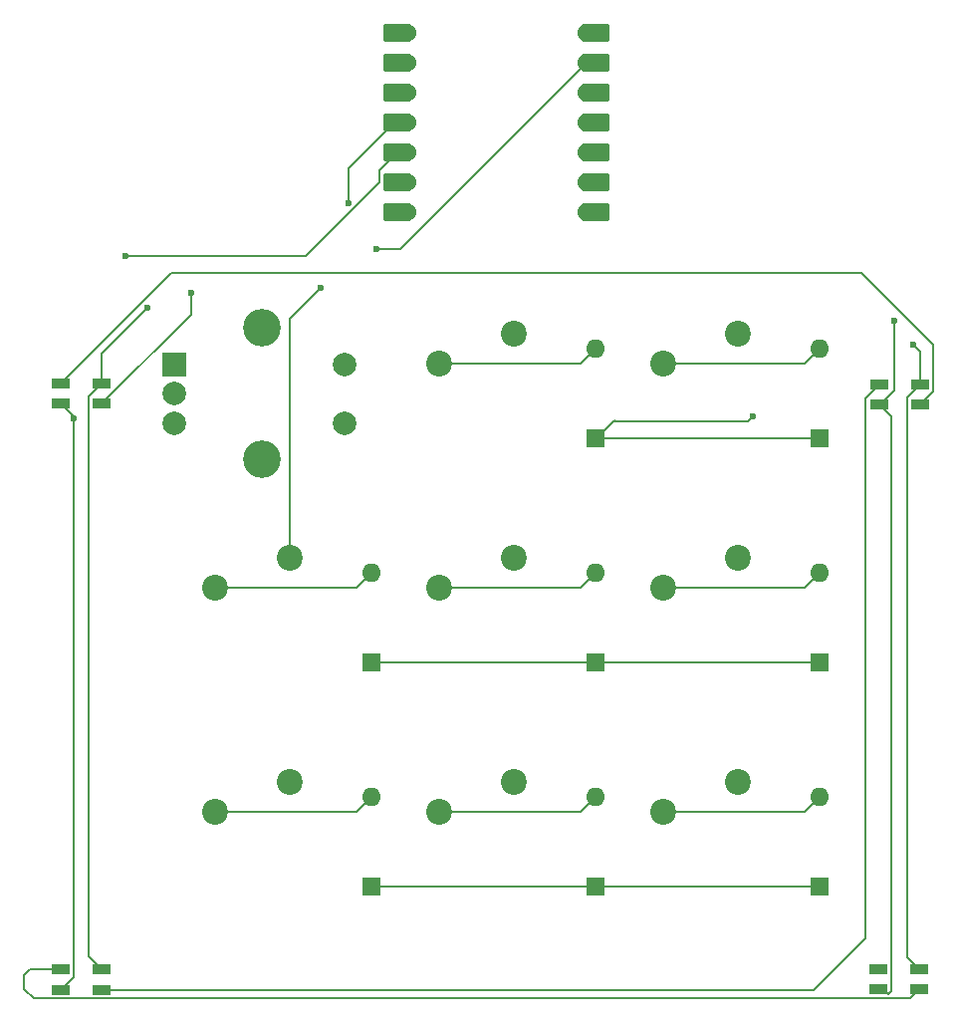
<source format=gbr>
%TF.GenerationSoftware,KiCad,Pcbnew,8.0.8*%
%TF.CreationDate,2025-02-20T21:51:01-07:00*%
%TF.ProjectId,my actual macropad,6d792061-6374-4756-916c-206d6163726f,rev?*%
%TF.SameCoordinates,Original*%
%TF.FileFunction,Copper,L1,Top*%
%TF.FilePolarity,Positive*%
%FSLAX46Y46*%
G04 Gerber Fmt 4.6, Leading zero omitted, Abs format (unit mm)*
G04 Created by KiCad (PCBNEW 8.0.8) date 2025-02-20 21:51:01*
%MOMM*%
%LPD*%
G01*
G04 APERTURE LIST*
G04 Aperture macros list*
%AMRoundRect*
0 Rectangle with rounded corners*
0 $1 Rounding radius*
0 $2 $3 $4 $5 $6 $7 $8 $9 X,Y pos of 4 corners*
0 Add a 4 corners polygon primitive as box body*
4,1,4,$2,$3,$4,$5,$6,$7,$8,$9,$2,$3,0*
0 Add four circle primitives for the rounded corners*
1,1,$1+$1,$2,$3*
1,1,$1+$1,$4,$5*
1,1,$1+$1,$6,$7*
1,1,$1+$1,$8,$9*
0 Add four rect primitives between the rounded corners*
20,1,$1+$1,$2,$3,$4,$5,0*
20,1,$1+$1,$4,$5,$6,$7,0*
20,1,$1+$1,$6,$7,$8,$9,0*
20,1,$1+$1,$8,$9,$2,$3,0*%
G04 Aperture macros list end*
%TA.AperFunction,SMDPad,CuDef*%
%ADD10RoundRect,0.152400X1.063600X0.609600X-1.063600X0.609600X-1.063600X-0.609600X1.063600X-0.609600X0*%
%TD*%
%TA.AperFunction,ComponentPad*%
%ADD11C,1.524000*%
%TD*%
%TA.AperFunction,SMDPad,CuDef*%
%ADD12RoundRect,0.152400X-1.063600X-0.609600X1.063600X-0.609600X1.063600X0.609600X-1.063600X0.609600X0*%
%TD*%
%TA.AperFunction,ComponentPad*%
%ADD13C,2.200000*%
%TD*%
%TA.AperFunction,ComponentPad*%
%ADD14R,2.000000X2.000000*%
%TD*%
%TA.AperFunction,ComponentPad*%
%ADD15C,2.000000*%
%TD*%
%TA.AperFunction,ComponentPad*%
%ADD16C,3.200000*%
%TD*%
%TA.AperFunction,SMDPad,CuDef*%
%ADD17R,1.600000X0.850000*%
%TD*%
%TA.AperFunction,ComponentPad*%
%ADD18R,1.600000X1.600000*%
%TD*%
%TA.AperFunction,ComponentPad*%
%ADD19O,1.600000X1.600000*%
%TD*%
%TA.AperFunction,ViaPad*%
%ADD20C,0.600000*%
%TD*%
%TA.AperFunction,Conductor*%
%ADD21C,0.200000*%
%TD*%
G04 APERTURE END LIST*
D10*
%TO.P,U1,1,GPIO26/ADC0/A0*%
%TO.N,Net-(D1-DIN)*%
X123620000Y-71736250D03*
D11*
X124455000Y-71736250D03*
D10*
%TO.P,U1,2,GPIO27/ADC1/A1*%
%TO.N,Net-(U1-GPIO27{slash}ADC1{slash}A1)*%
X123620000Y-74276250D03*
D11*
X124455000Y-74276250D03*
D10*
%TO.P,U1,3,GPIO28/ADC2/A2*%
%TO.N,Net-(U1-GPIO28{slash}ADC2{slash}A2)*%
X123620000Y-76816250D03*
D11*
X124455000Y-76816250D03*
D10*
%TO.P,U1,4,GPIO29/ADC3/A3*%
%TO.N,Net-(U1-GPIO29{slash}ADC3{slash}A3)*%
X123620000Y-79356250D03*
D11*
X124455000Y-79356250D03*
D10*
%TO.P,U1,5,GPIO6/SDA*%
%TO.N,Net-(U1-GPIO6{slash}SDA)*%
X123620000Y-81896250D03*
D11*
X124455000Y-81896250D03*
D10*
%TO.P,U1,6,GPIO7/SCL*%
%TO.N,Net-(U1-GPIO7{slash}SCL)*%
X123620000Y-84436250D03*
D11*
X124455000Y-84436250D03*
D10*
%TO.P,U1,7,GPIO0/TX*%
%TO.N,Net-(U1-GPIO0{slash}TX)*%
X123620000Y-86976250D03*
D11*
X124455000Y-86976250D03*
%TO.P,U1,8,GPIO1/RX*%
%TO.N,Net-(D10-K)*%
X139695000Y-86976250D03*
D12*
X140530000Y-86976250D03*
D11*
%TO.P,U1,9,GPIO2/SCK*%
%TO.N,Net-(D7-K)*%
X139695000Y-84436250D03*
D12*
X140530000Y-84436250D03*
D11*
%TO.P,U1,10,GPIO4/MISO*%
%TO.N,Net-(D5-K)*%
X139695000Y-81896250D03*
D12*
X140530000Y-81896250D03*
D11*
%TO.P,U1,11,GPIO3/MOSI*%
%TO.N,unconnected-(U1-GPIO3{slash}MOSI-Pad11)*%
X139695000Y-79356250D03*
D12*
X140530000Y-79356250D03*
D11*
%TO.P,U1,12,3V3*%
%TO.N,unconnected-(U1-3V3-Pad12)*%
X139695000Y-76816250D03*
D12*
X140530000Y-76816250D03*
D11*
%TO.P,U1,13,GND*%
%TO.N,GND*%
X139695000Y-74276250D03*
D12*
X140530000Y-74276250D03*
D11*
%TO.P,U1,14,VBUS*%
%TO.N,+5V*%
X139695000Y-71736250D03*
D12*
X140530000Y-71736250D03*
%TD*%
D13*
%TO.P,SW9,1,1*%
%TO.N,Net-(U1-GPIO27{slash}ADC1{slash}A1)*%
X152558750Y-135413750D03*
%TO.P,SW9,2,2*%
%TO.N,Net-(D12-A)*%
X146208750Y-137953750D03*
%TD*%
%TO.P,SW8,1,1*%
%TO.N,Net-(U1-GPIO28{slash}ADC2{slash}A2)*%
X133508750Y-135413750D03*
%TO.P,SW8,2,2*%
%TO.N,Net-(D11-A)*%
X127158750Y-137953750D03*
%TD*%
%TO.P,SW7,1,1*%
%TO.N,Net-(U1-GPIO29{slash}ADC3{slash}A3)*%
X114458750Y-135413750D03*
%TO.P,SW7,2,2*%
%TO.N,Net-(D10-A)*%
X108108750Y-137953750D03*
%TD*%
%TO.P,SW6,1,1*%
%TO.N,Net-(U1-GPIO27{slash}ADC1{slash}A1)*%
X152558750Y-116363750D03*
%TO.P,SW6,2,2*%
%TO.N,Net-(D7-A)*%
X146208750Y-118903750D03*
%TD*%
%TO.P,SW5,1,1*%
%TO.N,Net-(U1-GPIO28{slash}ADC2{slash}A2)*%
X133508750Y-116363750D03*
%TO.P,SW5,2,2*%
%TO.N,Net-(D8-A)*%
X127158750Y-118903750D03*
%TD*%
%TO.P,SW4,1,1*%
%TO.N,Net-(U1-GPIO27{slash}ADC1{slash}A1)*%
X152558750Y-97313750D03*
%TO.P,SW4,2,2*%
%TO.N,Net-(D5-A)*%
X146208750Y-99853750D03*
%TD*%
%TO.P,SW3,1,1*%
%TO.N,Net-(U1-GPIO28{slash}ADC2{slash}A2)*%
X133508750Y-97313750D03*
%TO.P,SW3,2,2*%
%TO.N,Net-(D6-A)*%
X127158750Y-99853750D03*
%TD*%
%TO.P,SW2,1,1*%
%TO.N,Net-(U1-GPIO29{slash}ADC3{slash}A3)*%
X114458750Y-116363750D03*
%TO.P,SW2,2,2*%
%TO.N,Net-(D9-A)*%
X108108750Y-118903750D03*
%TD*%
D14*
%TO.P,SW1,A,A*%
%TO.N,Net-(U1-GPIO7{slash}SCL)*%
X104668750Y-99893750D03*
D15*
%TO.P,SW1,B,B*%
%TO.N,Net-(U1-GPIO6{slash}SDA)*%
X104668750Y-104893750D03*
%TO.P,SW1,C,C*%
%TO.N,GND*%
X104668750Y-102393750D03*
D16*
%TO.P,SW1,MP*%
%TO.N,N/C*%
X112168750Y-96793750D03*
X112168750Y-107993750D03*
D15*
%TO.P,SW1,S1,S1*%
%TO.N,Net-(U1-GPIO0{slash}TX)*%
X119168750Y-104893750D03*
%TO.P,SW1,S2,S2*%
%TO.N,GND*%
X119168750Y-99893750D03*
%TD*%
D17*
%TO.P,D1,1,DOUT*%
%TO.N,Net-(D1-DOUT)*%
X95000000Y-101500000D03*
%TO.P,D1,2,VSS*%
%TO.N,GND*%
X95000000Y-103250000D03*
%TO.P,D1,3,DIN*%
%TO.N,Net-(D1-DIN)*%
X98500000Y-103250000D03*
%TO.P,D1,4,VDD*%
%TO.N,+5V*%
X98500000Y-101500000D03*
%TD*%
%TO.P,D2,4,VDD*%
%TO.N,+5V*%
X168100000Y-101600000D03*
%TO.P,D2,3,DIN*%
%TO.N,Net-(D1-DOUT)*%
X168100000Y-103350000D03*
%TO.P,D2,2,VSS*%
%TO.N,GND*%
X164600000Y-103350000D03*
%TO.P,D2,1,DOUT*%
%TO.N,Net-(D2-DOUT)*%
X164600000Y-101600000D03*
%TD*%
%TO.P,D4,1,DOUT*%
%TO.N,unconnected-(D4-DOUT-Pad1)*%
X164500000Y-151300000D03*
%TO.P,D4,2,VSS*%
%TO.N,GND*%
X164500000Y-153050000D03*
%TO.P,D4,3,DIN*%
%TO.N,Net-(D3-DOUT)*%
X168000000Y-153050000D03*
%TO.P,D4,4,VDD*%
%TO.N,+5V*%
X168000000Y-151300000D03*
%TD*%
D18*
%TO.P,D11,1,K*%
%TO.N,Net-(D10-K)*%
X140493750Y-144303750D03*
D19*
%TO.P,D11,2,A*%
%TO.N,Net-(D11-A)*%
X140493750Y-136683750D03*
%TD*%
D18*
%TO.P,D9,1,K*%
%TO.N,Net-(D7-K)*%
X121443750Y-125253750D03*
D19*
%TO.P,D9,2,A*%
%TO.N,Net-(D9-A)*%
X121443750Y-117633750D03*
%TD*%
%TO.P,D6,2,A*%
%TO.N,Net-(D6-A)*%
X140493750Y-98583750D03*
D18*
%TO.P,D6,1,K*%
%TO.N,Net-(D5-K)*%
X140493750Y-106203750D03*
%TD*%
%TO.P,D7,1,K*%
%TO.N,Net-(D7-K)*%
X159543750Y-125253750D03*
D19*
%TO.P,D7,2,A*%
%TO.N,Net-(D7-A)*%
X159543750Y-117633750D03*
%TD*%
D18*
%TO.P,D5,1,K*%
%TO.N,Net-(D5-K)*%
X159543750Y-106203750D03*
D19*
%TO.P,D5,2,A*%
%TO.N,Net-(D5-A)*%
X159543750Y-98583750D03*
%TD*%
D18*
%TO.P,D12,1,K*%
%TO.N,Net-(D10-K)*%
X159543750Y-144303750D03*
D19*
%TO.P,D12,2,A*%
%TO.N,Net-(D12-A)*%
X159543750Y-136683750D03*
%TD*%
D18*
%TO.P,D8,1,K*%
%TO.N,Net-(D7-K)*%
X140493750Y-125253750D03*
D19*
%TO.P,D8,2,A*%
%TO.N,Net-(D8-A)*%
X140493750Y-117633750D03*
%TD*%
D17*
%TO.P,D3,1,DOUT*%
%TO.N,Net-(D3-DOUT)*%
X95000000Y-151325000D03*
%TO.P,D3,2,VSS*%
%TO.N,GND*%
X95000000Y-153075000D03*
%TO.P,D3,3,DIN*%
%TO.N,Net-(D2-DOUT)*%
X98500000Y-153075000D03*
%TO.P,D3,4,VDD*%
%TO.N,+5V*%
X98500000Y-151325000D03*
%TD*%
D18*
%TO.P,D10,1,K*%
%TO.N,Net-(D10-K)*%
X121443750Y-144303750D03*
D19*
%TO.P,D10,2,A*%
%TO.N,Net-(D10-A)*%
X121443750Y-136683750D03*
%TD*%
D20*
%TO.N,Net-(D5-K)*%
X153900000Y-104300000D03*
%TO.N,Net-(U1-GPIO6{slash}SDA)*%
X100500000Y-90700000D03*
%TO.N,Net-(U1-GPIO29{slash}ADC3{slash}A3)*%
X119500000Y-86200000D03*
X117100000Y-93400000D03*
%TO.N,GND*%
X121900000Y-90100000D03*
%TO.N,+5V*%
X102400000Y-95100000D03*
%TO.N,Net-(D1-DIN)*%
X106100000Y-93800000D03*
%TO.N,GND*%
X96100000Y-104500000D03*
%TO.N,+5V*%
X167500000Y-98200000D03*
%TO.N,GND*%
X165900000Y-96200000D03*
%TD*%
D21*
%TO.N,Net-(D5-K)*%
X140596250Y-106203750D02*
X140493750Y-106203750D01*
X142143750Y-104743750D02*
X142100000Y-104700000D01*
X153456250Y-104743750D02*
X142143750Y-104743750D01*
X153900000Y-104300000D02*
X153456250Y-104743750D01*
X142100000Y-104700000D02*
X140596250Y-106203750D01*
%TO.N,Net-(U1-GPIO6{slash}SDA)*%
X123620000Y-81896250D02*
X124455000Y-81896250D01*
X122104000Y-83412250D02*
X123620000Y-81896250D01*
X122104000Y-84444529D02*
X122104000Y-83412250D01*
X115848529Y-90700000D02*
X122104000Y-84444529D01*
X100500000Y-90700000D02*
X115848529Y-90700000D01*
%TO.N,Net-(U1-GPIO29{slash}ADC3{slash}A3)*%
X119500000Y-86200000D02*
X119500000Y-83233620D01*
X123377370Y-79356250D02*
X124455000Y-79356250D01*
X114458750Y-116363750D02*
X114458750Y-96041250D01*
X114458750Y-96041250D02*
X117100000Y-93400000D01*
X119500000Y-83233620D02*
X123377370Y-79356250D01*
%TO.N,GND*%
X123871250Y-90100000D02*
X139695000Y-74276250D01*
X121900000Y-90100000D02*
X123871250Y-90100000D01*
%TO.N,+5V*%
X98500000Y-101500000D02*
X98500000Y-99000000D01*
X98500000Y-99000000D02*
X102400000Y-95100000D01*
%TO.N,Net-(D1-DIN)*%
X106100000Y-95650000D02*
X106100000Y-93800000D01*
X98500000Y-103250000D02*
X106100000Y-95650000D01*
%TO.N,GND*%
X96100000Y-104500000D02*
X96100000Y-104350000D01*
X96100000Y-151975000D02*
X96100000Y-104500000D01*
%TO.N,+5V*%
X168100000Y-98800000D02*
X167500000Y-98200000D01*
X168100000Y-101600000D02*
X168100000Y-98800000D01*
%TO.N,GND*%
X165900000Y-102125000D02*
X165900000Y-96200000D01*
X164675000Y-103350000D02*
X165900000Y-102125000D01*
X164600000Y-103350000D02*
X164675000Y-103350000D01*
%TO.N,Net-(D2-DOUT)*%
X159025000Y-153075000D02*
X98500000Y-153075000D01*
X163400000Y-148700000D02*
X159025000Y-153075000D01*
X163400000Y-102800000D02*
X163400000Y-148700000D01*
X164600000Y-101600000D02*
X163400000Y-102800000D01*
%TO.N,Net-(D1-DOUT)*%
X163100000Y-92100000D02*
X169200000Y-98200000D01*
X169200000Y-98200000D02*
X169200000Y-102250000D01*
X104400000Y-92100000D02*
X163100000Y-92100000D01*
X95000000Y-101500000D02*
X104400000Y-92100000D01*
X169200000Y-102250000D02*
X168100000Y-103350000D01*
%TO.N,+5V*%
X97400000Y-102600000D02*
X98500000Y-101500000D01*
X97400000Y-150225000D02*
X97400000Y-102600000D01*
X98500000Y-151325000D02*
X97400000Y-150225000D01*
%TO.N,GND*%
X96100000Y-104350000D02*
X95000000Y-103250000D01*
X95000000Y-153075000D02*
X96100000Y-151975000D01*
%TO.N,+5V*%
X167000000Y-150300000D02*
X167000000Y-102700000D01*
X168000000Y-151300000D02*
X167000000Y-150300000D01*
X167000000Y-102700000D02*
X168100000Y-101600000D01*
%TO.N,Net-(D3-DOUT)*%
X92375000Y-151325000D02*
X95000000Y-151325000D01*
X92700000Y-153800000D02*
X91900000Y-153000000D01*
X91900000Y-153000000D02*
X91900000Y-151800000D01*
X167250000Y-153800000D02*
X92700000Y-153800000D01*
X91900000Y-151800000D02*
X92375000Y-151325000D01*
X168000000Y-153050000D02*
X167250000Y-153800000D01*
%TO.N,GND*%
X165400000Y-153400000D02*
X165050000Y-153050000D01*
X165050000Y-153050000D02*
X164500000Y-153050000D01*
X165600000Y-153200000D02*
X165400000Y-153400000D01*
X165600000Y-104350000D02*
X165600000Y-153200000D01*
X164600000Y-103350000D02*
X165600000Y-104350000D01*
%TO.N,Net-(D10-K)*%
X140493750Y-144303750D02*
X159543750Y-144303750D01*
X121443750Y-144303750D02*
X140493750Y-144303750D01*
%TO.N,Net-(D10-A)*%
X120173750Y-137953750D02*
X121443750Y-136683750D01*
X108108750Y-137953750D02*
X120173750Y-137953750D01*
%TO.N,Net-(D11-A)*%
X139223750Y-137953750D02*
X140493750Y-136683750D01*
X127158750Y-137953750D02*
X139223750Y-137953750D01*
%TO.N,Net-(D12-A)*%
X158273750Y-137953750D02*
X159543750Y-136683750D01*
X146208750Y-137953750D02*
X158273750Y-137953750D01*
%TO.N,Net-(D7-K)*%
X140493750Y-125253750D02*
X159543750Y-125253750D01*
X121443750Y-125253750D02*
X140493750Y-125253750D01*
%TO.N,Net-(D5-K)*%
X140493750Y-106203750D02*
X159543750Y-106203750D01*
%TO.N,Net-(D5-A)*%
X146208750Y-99853750D02*
X158273750Y-99853750D01*
X158273750Y-99853750D02*
X159543750Y-98583750D01*
%TO.N,Net-(D6-A)*%
X139223750Y-99853750D02*
X140493750Y-98583750D01*
X127158750Y-99853750D02*
X139223750Y-99853750D01*
%TO.N,Net-(D7-A)*%
X158273750Y-118903750D02*
X159543750Y-117633750D01*
X146208750Y-118903750D02*
X158273750Y-118903750D01*
%TO.N,Net-(D8-A)*%
X127158750Y-118903750D02*
X139223750Y-118903750D01*
X139223750Y-118903750D02*
X140493750Y-117633750D01*
%TO.N,Net-(D9-A)*%
X120173750Y-118903750D02*
X121443750Y-117633750D01*
X108108750Y-118903750D02*
X120173750Y-118903750D01*
%TO.N,Net-(D1-DIN)*%
X124455000Y-71736250D02*
X123377370Y-71736250D01*
%TO.N,Net-(U1-GPIO27{slash}ADC1{slash}A1)*%
X124455000Y-74276250D02*
X123377370Y-74276250D01*
%TD*%
M02*

</source>
